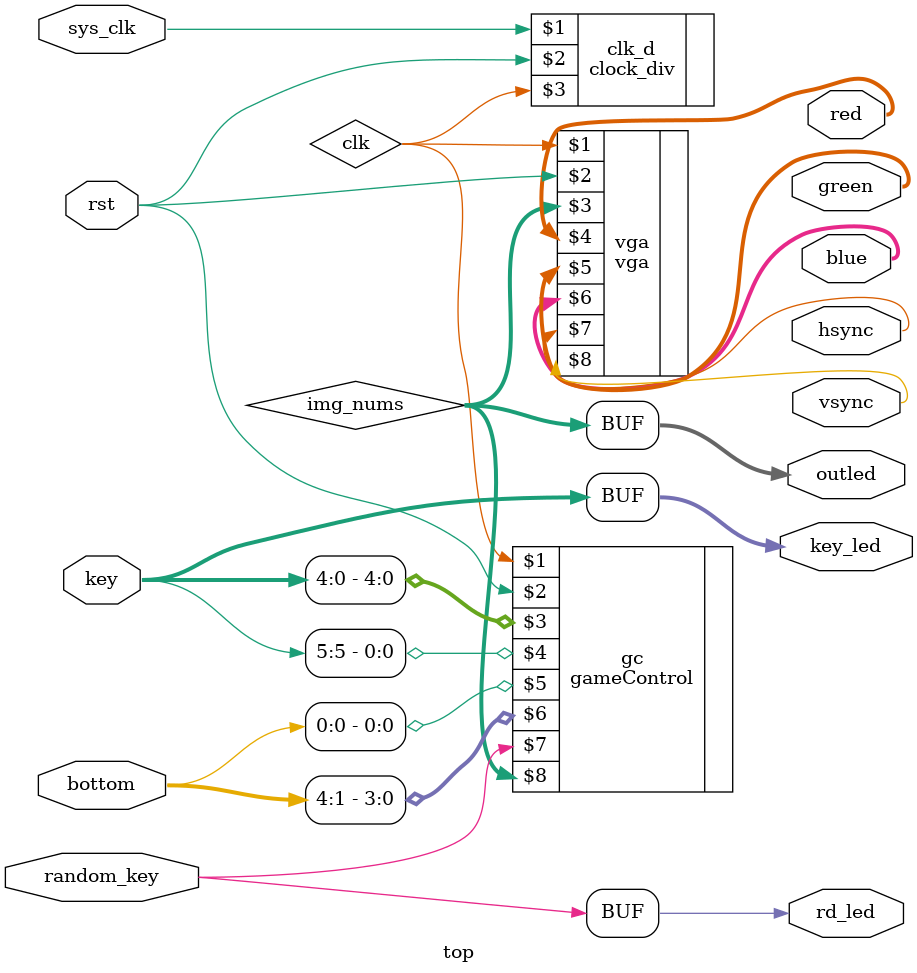
<source format=v>
module top (input sys_clk,
            input rst,
            input [4:0]bottom,
            input [5:0]key,
            input random_key,
//            output seg_step,
//            seg_time,
//            output [7:0]flow_led,
            output  [3:0] red,
            output  [3:0] green,
            output  [3:0] blue,
            output hsync,
            vsync,
            output [5:0]key_led,
            output rd_led,
            output [11:0]outled);
    wire clk;
    wire [11:0] img_nums;
    clock_div clk_d(sys_clk,rst,clk);
    
    vga vga(clk,rst,img_nums,red,green,blue,hsync,vsync);
    gameControl gc(clk,rst,key[4:0],key[5],bottom[0],bottom[4:1],random_key,img_nums);
    assign key_led=key;
    assign rd_led=random_key;
    assign outled=img_nums;
    
endmodule

</source>
